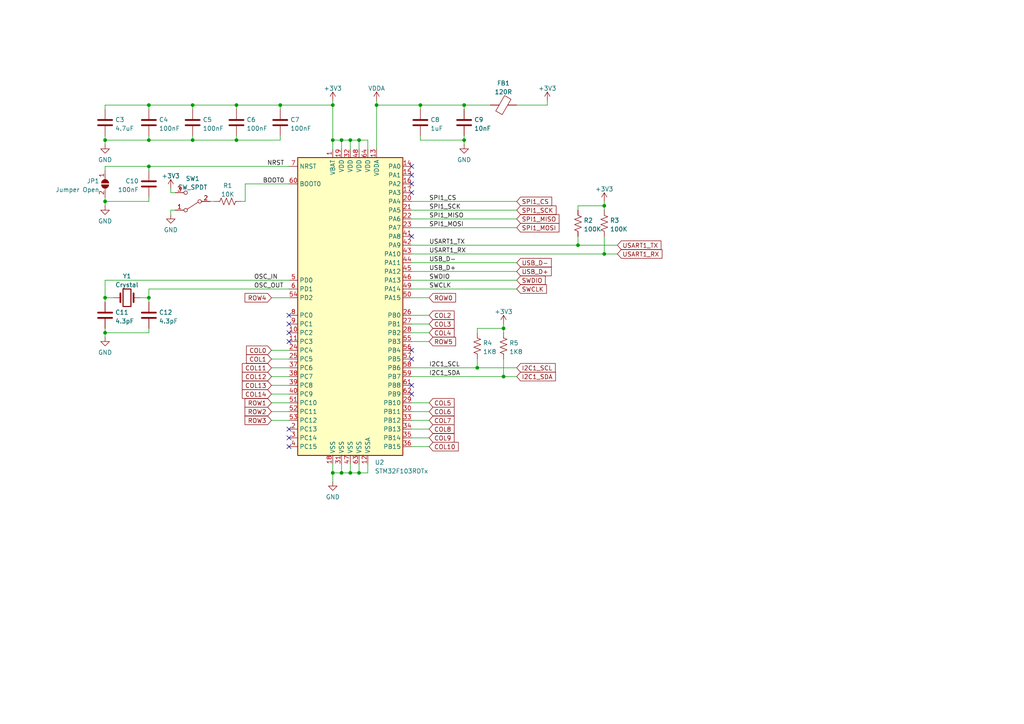
<source format=kicad_sch>
(kicad_sch (version 20211123) (generator eeschema)
  (paper "A4")
  (lib_symbols
    (symbol "Device:C" (pin_numbers hide) (pin_names (offset 0.254))
      (property "Reference" "C" (at 0.635 2.54 0))
      (property "Value" "C" (at 0.635 -2.54 0))
      (symbol "C_0_1"
        (polyline (pts (xy -2.032 -0.762) (xy 2.032 -0.762)) (stroke (width 0.508)))
        (polyline (pts (xy -2.032 0.762) (xy 2.032 0.762)) (stroke (width 0.508)))
      )
      (symbol "C_1_1"
        (pin passive line (at 0 3.81 270) (length 2.794) (name "~") (number "1"))
        (pin passive line (at 0 -3.81 90) (length 2.794) (name "~") (number "2"))
      )
    )
    (symbol "Device:Crystal" (pin_numbers hide) (pin_names (offset 1.016) hide)
      (property "Reference" "Y" (at 0 3.81 0))
      (property "Value" "Crystal" (at 0 -3.81 0))
      (symbol "Crystal_0_1"
        (rectangle (start -1.143 2.54) (end 1.143 -2.54) (stroke (width 0.3048)))
        (polyline (pts (xy -2.54 0) (xy -1.905 0)))
        (polyline (pts (xy -1.905 -1.27) (xy -1.905 1.27)) (stroke (width 0.508)))
        (polyline (pts (xy 1.905 -1.27) (xy 1.905 1.27)) (stroke (width 0.508)))
        (polyline (pts (xy 2.54 0) (xy 1.905 0)))
      )
      (symbol "Crystal_1_1"
        (pin passive line (at -3.81 0 0) (length 1.27) (name "1") (number "1"))
        (pin passive line (at 3.81 0 180) (length 1.27) (name "2") (number "2"))
      )
    )
    (symbol "Device:FerriteBead" (pin_numbers hide) (pin_names (offset 0))
      (property "Reference" "FB" (at -3.81 0.635 90))
      (property "Value" "FerriteBead" (at 3.81 0 90))
      (symbol "FerriteBead_0_1"
        (polyline (pts (xy 0 -1.27) (xy 0 -1.2192)))
        (polyline (pts (xy 0 1.27) (xy 0 1.2954)))
        (polyline (pts (xy -2.7686 0.4064) (xy -1.7018 2.2606) (xy 2.7686 -0.3048) (xy 1.6764 -2.159) (xy -2.7686 0.4064)))
      )
      (symbol "FerriteBead_1_1"
        (pin passive line (at 0 3.81 270) (length 2.54) (name "~") (number "1"))
        (pin passive line (at 0 -3.81 90) (length 2.54) (name "~") (number "2"))
      )
    )
    (symbol "Device:R_US" (pin_numbers hide) (pin_names (offset 0))
      (property "Reference" "R" (at 2.54 0 90))
      (property "Value" "R_US" (at -2.54 0 90))
      (symbol "R_US_0_1"
        (polyline (pts (xy 0 -2.286) (xy 0 -2.54)))
        (polyline (pts (xy 0 2.286) (xy 0 2.54)))
        (polyline (pts (xy 0 -0.762) (xy 1.016 -1.143) (xy 0 -1.524) (xy -1.016 -1.905) (xy 0 -2.286)))
        (polyline (pts (xy 0 0.762) (xy 1.016 0.381) (xy 0 0) (xy -1.016 -0.381) (xy 0 -0.762)))
        (polyline (pts (xy 0 2.286) (xy 1.016 1.905) (xy 0 1.524) (xy -1.016 1.143) (xy 0 0.762)))
      )
      (symbol "R_US_1_1"
        (pin passive line (at 0 3.81 270) (length 1.27) (name "~") (number "1"))
        (pin passive line (at 0 -3.81 90) (length 1.27) (name "~") (number "2"))
      )
    )
    (symbol "Jumper:SolderJumper_2_Open" (pin_names (offset 0) hide)
      (property "Reference" "JP" (at 0 2.032 0))
      (property "Value" "SolderJumper_2_Open" (at 0 -2.54 0))
      (symbol "SolderJumper_2_Open_0_1"
        (arc (start -0.254 1.016) (mid -1.27 0) (end -0.254 -1.016))
        (arc (start -0.254 1.016) (mid -1.27 0) (end -0.254 -1.016) (fill (type outline)))
        (polyline (pts (xy -0.254 1.016) (xy -0.254 -1.016)))
        (polyline (pts (xy 0.254 1.016) (xy 0.254 -1.016)))
        (arc (start 0.254 -1.016) (mid 1.27 0) (end 0.254 1.016))
        (arc (start 0.254 -1.016) (mid 1.27 0) (end 0.254 1.016) (fill (type outline)))
      )
      (symbol "SolderJumper_2_Open_1_1"
        (pin passive line (at -3.81 0 0) (length 2.54) (name "A") (number "1"))
        (pin passive line (at 3.81 0 180) (length 2.54) (name "B") (number "2"))
      )
    )
    (symbol "MCU_ST_STM32F1:STM32F103RDTx"
      (property "Reference" "U" (at -15.24 44.45 0))
      (property "Value" "STM32F103RDTx" (at 10.16 44.45 0))
      (symbol "STM32F103RDTx_0_1"
        (rectangle (start -15.24 -43.18) (end 15.24 43.18) (stroke (width 0.254)) (fill (type background)))
      )
      (symbol "STM32F103RDTx_1_1"
        (pin power_in line (at -5.08 45.72 270) (length 2.54) (name "VBAT") (number "1"))
        (pin bidirectional line (at -17.78 -7.62 0) (length 2.54) (name "PC2") (number "10"))
        (pin bidirectional line (at -17.78 -10.16 0) (length 2.54) (name "PC3") (number "11"))
        (pin power_in line (at 5.08 -45.72 90) (length 2.54) (name "VSSA") (number "12"))
        (pin power_in line (at 7.62 45.72 270) (length 2.54) (name "VDDA") (number "13"))
        (pin bidirectional line (at 17.78 40.64 180) (length 2.54) (name "PA0") (number "14"))
        (pin bidirectional line (at 17.78 38.1 180) (length 2.54) (name "PA1") (number "15"))
        (pin bidirectional line (at 17.78 35.56 180) (length 2.54) (name "PA2") (number "16"))
        (pin bidirectional line (at 17.78 33.02 180) (length 2.54) (name "PA3") (number "17"))
        (pin power_in line (at -5.08 -45.72 90) (length 2.54) (name "VSS") (number "18"))
        (pin power_in line (at -2.54 45.72 270) (length 2.54) (name "VDD") (number "19"))
        (pin bidirectional line (at -17.78 -35.56 0) (length 2.54) (name "PC13") (number "2"))
        (pin bidirectional line (at 17.78 30.48 180) (length 2.54) (name "PA4") (number "20"))
        (pin bidirectional line (at 17.78 27.94 180) (length 2.54) (name "PA5") (number "21"))
        (pin bidirectional line (at 17.78 25.4 180) (length 2.54) (name "PA6") (number "22"))
        (pin bidirectional line (at 17.78 22.86 180) (length 2.54) (name "PA7") (number "23"))
        (pin bidirectional line (at -17.78 -12.7 0) (length 2.54) (name "PC4") (number "24"))
        (pin bidirectional line (at -17.78 -15.24 0) (length 2.54) (name "PC5") (number "25"))
        (pin bidirectional line (at 17.78 -2.54 180) (length 2.54) (name "PB0") (number "26"))
        (pin bidirectional line (at 17.78 -5.08 180) (length 2.54) (name "PB1") (number "27"))
        (pin bidirectional line (at 17.78 -7.62 180) (length 2.54) (name "PB2") (number "28"))
        (pin bidirectional line (at 17.78 -27.94 180) (length 2.54) (name "PB10") (number "29"))
        (pin bidirectional line (at -17.78 -38.1 0) (length 2.54) (name "PC14") (number "3"))
        (pin bidirectional line (at 17.78 -30.48 180) (length 2.54) (name "PB11") (number "30"))
        (pin power_in line (at -2.54 -45.72 90) (length 2.54) (name "VSS") (number "31"))
        (pin power_in line (at 0 45.72 270) (length 2.54) (name "VDD") (number "32"))
        (pin bidirectional line (at 17.78 -33.02 180) (length 2.54) (name "PB12") (number "33"))
        (pin bidirectional line (at 17.78 -35.56 180) (length 2.54) (name "PB13") (number "34"))
        (pin bidirectional line (at 17.78 -38.1 180) (length 2.54) (name "PB14") (number "35"))
        (pin bidirectional line (at 17.78 -40.64 180) (length 2.54) (name "PB15") (number "36"))
        (pin bidirectional line (at -17.78 -17.78 0) (length 2.54) (name "PC6") (number "37"))
        (pin bidirectional line (at -17.78 -20.32 0) (length 2.54) (name "PC7") (number "38"))
        (pin bidirectional line (at -17.78 -22.86 0) (length 2.54) (name "PC8") (number "39"))
        (pin bidirectional line (at -17.78 -40.64 0) (length 2.54) (name "PC15") (number "4"))
        (pin bidirectional line (at -17.78 -25.4 0) (length 2.54) (name "PC9") (number "40"))
        (pin bidirectional line (at 17.78 20.32 180) (length 2.54) (name "PA8") (number "41"))
        (pin bidirectional line (at 17.78 17.78 180) (length 2.54) (name "PA9") (number "42"))
        (pin bidirectional line (at 17.78 15.24 180) (length 2.54) (name "PA10") (number "43"))
        (pin bidirectional line (at 17.78 12.7 180) (length 2.54) (name "PA11") (number "44"))
        (pin bidirectional line (at 17.78 10.16 180) (length 2.54) (name "PA12") (number "45"))
        (pin bidirectional line (at 17.78 7.62 180) (length 2.54) (name "PA13") (number "46"))
        (pin power_in line (at 0 -45.72 90) (length 2.54) (name "VSS") (number "47"))
        (pin power_in line (at 2.54 45.72 270) (length 2.54) (name "VDD") (number "48"))
        (pin bidirectional line (at 17.78 5.08 180) (length 2.54) (name "PA14") (number "49"))
        (pin input line (at -17.78 7.62 0) (length 2.54) (name "PD0") (number "5"))
        (pin bidirectional line (at 17.78 2.54 180) (length 2.54) (name "PA15") (number "50"))
        (pin bidirectional line (at -17.78 -27.94 0) (length 2.54) (name "PC10") (number "51"))
        (pin bidirectional line (at -17.78 -30.48 0) (length 2.54) (name "PC11") (number "52"))
        (pin bidirectional line (at -17.78 -33.02 0) (length 2.54) (name "PC12") (number "53"))
        (pin bidirectional line (at -17.78 2.54 0) (length 2.54) (name "PD2") (number "54"))
        (pin bidirectional line (at 17.78 -10.16 180) (length 2.54) (name "PB3") (number "55"))
        (pin bidirectional line (at 17.78 -12.7 180) (length 2.54) (name "PB4") (number "56"))
        (pin bidirectional line (at 17.78 -15.24 180) (length 2.54) (name "PB5") (number "57"))
        (pin bidirectional line (at 17.78 -17.78 180) (length 2.54) (name "PB6") (number "58"))
        (pin bidirectional line (at 17.78 -20.32 180) (length 2.54) (name "PB7") (number "59"))
        (pin input line (at -17.78 5.08 0) (length 2.54) (name "PD1") (number "6"))
        (pin input line (at -17.78 35.56 0) (length 2.54) (name "BOOT0") (number "60"))
        (pin bidirectional line (at 17.78 -22.86 180) (length 2.54) (name "PB8") (number "61"))
        (pin bidirectional line (at 17.78 -25.4 180) (length 2.54) (name "PB9") (number "62"))
        (pin power_in line (at 2.54 -45.72 90) (length 2.54) (name "VSS") (number "63"))
        (pin power_in line (at 5.08 45.72 270) (length 2.54) (name "VDD") (number "64"))
        (pin input line (at -17.78 40.64 0) (length 2.54) (name "NRST") (number "7"))
        (pin bidirectional line (at -17.78 -2.54 0) (length 2.54) (name "PC0") (number "8"))
        (pin bidirectional line (at -17.78 -5.08 0) (length 2.54) (name "PC1") (number "9"))
      )
    )
    (symbol "Switch:SW_SPDT" (pin_names (offset 0) hide)
      (property "Reference" "SW" (at 0 4.318 0))
      (property "Value" "SW_SPDT" (at 0 -5.08 0))
      (symbol "SW_SPDT_0_0"
        (circle (center -2.032 0) (radius 0.508))
        (circle (center 2.032 -2.54) (radius 0.508))
      )
      (symbol "SW_SPDT_0_1"
        (polyline (pts (xy -1.524 0.254) (xy 1.651 2.286)))
        (circle (center 2.032 2.54) (radius 0.508))
      )
      (symbol "SW_SPDT_1_1"
        (pin passive line (at 5.08 2.54 180) (length 2.54) (name "A") (number "1"))
        (pin passive line (at -5.08 0 0) (length 2.54) (name "B") (number "2"))
        (pin passive line (at 5.08 -2.54 180) (length 2.54) (name "C") (number "3"))
      )
    )
    (symbol "power:+3.3V" (power) (pin_names (offset 0))
      (property "Value" "+3.3V" (at 0 3.556 0))
      (symbol "+3.3V_0_1"
        (polyline (pts (xy -0.762 1.27) (xy 0 2.54)))
        (polyline (pts (xy 0 0) (xy 0 2.54)))
        (polyline (pts (xy 0 2.54) (xy 0.762 1.27)))
      )
      (symbol "+3.3V_1_1"
        (pin power_in line (at 0 0 90) (length 0) hide (name "+3V3") (number "1"))
      )
    )
    (symbol "power:+3V3" (power) (pin_names (offset 0))
      (property "Value" "+3V3" (at 0 3.556 0))
      (symbol "+3V3_0_1"
        (polyline (pts (xy -0.762 1.27) (xy 0 2.54)))
        (polyline (pts (xy 0 0) (xy 0 2.54)))
        (polyline (pts (xy 0 2.54) (xy 0.762 1.27)))
      )
      (symbol "+3V3_1_1"
        (pin power_in line (at 0 0 90) (length 0) hide (name "+3V3") (number "1"))
      )
    )
    (symbol "power:GND" (power) (pin_names (offset 0))
      (property "Value" "GND" (at 0 -3.81 0))
      (symbol "GND_0_1"
        (polyline (pts (xy 0 0) (xy 0 -1.27) (xy 1.27 -1.27) (xy 0 -2.54) (xy -1.27 -1.27) (xy 0 -1.27)))
      )
      (symbol "GND_1_1"
        (pin power_in line (at 0 0 270) (length 0) hide (name "GND") (number "1"))
      )
    )
    (symbol "power:VDDA" (power) (pin_names (offset 0))
      (property "Value" "VDDA" (at 0 3.81 0))
      (symbol "VDDA_0_1"
        (polyline (pts (xy -0.762 1.27) (xy 0 2.54)))
        (polyline (pts (xy 0 0) (xy 0 2.54)))
        (polyline (pts (xy 0 2.54) (xy 0.762 1.27)))
      )
      (symbol "VDDA_1_1"
        (pin power_in line (at 0 0 90) (length 0) hide (name "VDDA") (number "1"))
      )
    )
  )
  (junction (at 109.22 30.48))
  (junction (at 68.58 30.48))
  (junction (at 121.92 30.48))
  (junction (at 43.18 86.36))
  (junction (at 134.62 40.64))
  (junction (at 175.26 59.69))
  (junction (at 99.06 137.16))
  (junction (at 146.05 109.22))
  (junction (at 30.48 40.64))
  (junction (at 81.28 30.48))
  (junction (at 104.14 137.16))
  (junction (at 43.18 48.26))
  (junction (at 96.52 40.64))
  (junction (at 96.52 30.48))
  (junction (at 101.6 137.16))
  (junction (at 134.62 30.48))
  (junction (at 30.48 58.42))
  (junction (at 101.6 40.64))
  (junction (at 146.05 95.25))
  (junction (at 30.48 96.52))
  (junction (at 68.58 40.64))
  (junction (at 96.52 137.16))
  (junction (at 43.18 30.48))
  (junction (at 30.48 86.36))
  (junction (at 104.14 40.64))
  (junction (at 167.64 71.12))
  (junction (at 55.88 40.64))
  (junction (at 175.26 73.66))
  (junction (at 99.06 40.64))
  (junction (at 43.18 40.64))
  (junction (at 55.88 30.48))
  (junction (at 138.43 106.68))
  (no_connect (at 119.38 101.6))
  (no_connect (at 119.38 68.58))
  (no_connect (at 119.38 55.88))
  (no_connect (at 119.38 53.34))
  (no_connect (at 119.38 50.8))
  (no_connect (at 119.38 48.26))
  (no_connect (at 83.82 124.46))
  (no_connect (at 83.82 127))
  (no_connect (at 83.82 129.54))
  (no_connect (at 83.82 91.44))
  (no_connect (at 83.82 93.98))
  (no_connect (at 83.82 96.52))
  (no_connect (at 83.82 99.06))
  (no_connect (at 119.38 114.3))
  (no_connect (at 119.38 111.76))
  (no_connect (at 119.38 104.14))
  (wire (pts (xy 106.68 40.64) (xy 104.14 40.64)))
  (wire (pts (xy 55.88 40.64) (xy 68.58 40.64)))
  (wire (pts (xy 78.74 114.3) (xy 83.82 114.3)))
  (wire (pts (xy 101.6 40.64) (xy 99.06 40.64)))
  (wire (pts (xy 30.48 58.42) (xy 43.18 58.42)))
  (wire (pts (xy 96.52 29.21) (xy 96.52 30.48)))
  (wire (pts (xy 175.26 68.58) (xy 175.26 73.66)))
  (wire (pts (xy 175.26 58.42) (xy 175.26 59.69)))
  (wire (pts (xy 119.38 71.12) (xy 167.64 71.12)))
  (wire (pts (xy 119.38 76.2) (xy 149.86 76.2)))
  (wire (pts (xy 55.88 39.37) (xy 55.88 40.64)))
  (wire (pts (xy 146.05 109.22) (xy 149.86 109.22)))
  (wire (pts (xy 121.92 40.64) (xy 121.92 39.37)))
  (wire (pts (xy 43.18 57.15) (xy 43.18 58.42)))
  (wire (pts (xy 30.48 48.26) (xy 30.48 49.53)))
  (wire (pts (xy 78.74 106.68) (xy 83.82 106.68)))
  (wire (pts (xy 167.64 59.69) (xy 175.26 59.69)))
  (wire (pts (xy 50.8 60.96) (xy 49.53 60.96)))
  (wire (pts (xy 104.14 40.64) (xy 104.14 43.18)))
  (wire (pts (xy 121.92 30.48) (xy 109.22 30.48)))
  (wire (pts (xy 124.46 91.44) (xy 119.38 91.44)))
  (wire (pts (xy 119.38 124.46) (xy 124.46 124.46)))
  (wire (pts (xy 60.96 58.42) (xy 62.23 58.42)))
  (wire (pts (xy 167.64 71.12) (xy 179.07 71.12)))
  (wire (pts (xy 104.14 134.62) (xy 104.14 137.16)))
  (wire (pts (xy 49.53 54.61) (xy 49.53 55.88)))
  (wire (pts (xy 43.18 39.37) (xy 43.18 40.64)))
  (wire (pts (xy 43.18 95.25) (xy 43.18 96.52)))
  (wire (pts (xy 106.68 134.62) (xy 106.68 137.16)))
  (wire (pts (xy 119.38 106.68) (xy 138.43 106.68)))
  (wire (pts (xy 99.06 40.64) (xy 96.52 40.64)))
  (wire (pts (xy 78.74 104.14) (xy 83.82 104.14)))
  (wire (pts (xy 134.62 30.48) (xy 142.24 30.48)))
  (wire (pts (xy 175.26 59.69) (xy 175.26 60.96)))
  (wire (pts (xy 30.48 40.64) (xy 43.18 40.64)))
  (wire (pts (xy 96.52 40.64) (xy 96.52 43.18)))
  (wire (pts (xy 119.38 58.42) (xy 149.86 58.42)))
  (wire (pts (xy 119.38 127) (xy 124.46 127)))
  (wire (pts (xy 119.38 83.82) (xy 149.86 83.82)))
  (wire (pts (xy 124.46 96.52) (xy 119.38 96.52)))
  (wire (pts (xy 78.74 119.38) (xy 83.82 119.38)))
  (wire (pts (xy 78.74 101.6) (xy 83.82 101.6)))
  (wire (pts (xy 30.48 95.25) (xy 30.48 96.52)))
  (wire (pts (xy 71.12 53.34) (xy 83.82 53.34)))
  (wire (pts (xy 119.38 129.54) (xy 124.46 129.54)))
  (wire (pts (xy 99.06 40.64) (xy 99.06 43.18)))
  (wire (pts (xy 43.18 48.26) (xy 30.48 48.26)))
  (wire (pts (xy 119.38 109.22) (xy 146.05 109.22)))
  (wire (pts (xy 146.05 95.25) (xy 146.05 96.52)))
  (wire (pts (xy 43.18 86.36) (xy 43.18 87.63)))
  (wire (pts (xy 138.43 96.52) (xy 138.43 95.25)))
  (wire (pts (xy 119.38 66.04) (xy 149.86 66.04)))
  (wire (pts (xy 81.28 40.64) (xy 81.28 39.37)))
  (wire (pts (xy 71.12 58.42) (xy 69.85 58.42)))
  (wire (pts (xy 30.48 40.64) (xy 30.48 41.91)))
  (wire (pts (xy 119.38 78.74) (xy 149.86 78.74)))
  (wire (pts (xy 119.38 116.84) (xy 124.46 116.84)))
  (wire (pts (xy 134.62 30.48) (xy 134.62 31.75)))
  (wire (pts (xy 30.48 96.52) (xy 30.48 97.79)))
  (wire (pts (xy 101.6 137.16) (xy 104.14 137.16)))
  (wire (pts (xy 149.86 30.48) (xy 158.75 30.48)))
  (wire (pts (xy 101.6 40.64) (xy 101.6 43.18)))
  (wire (pts (xy 119.38 81.28) (xy 149.86 81.28)))
  (wire (pts (xy 30.48 58.42) (xy 30.48 59.69)))
  (wire (pts (xy 134.62 39.37) (xy 134.62 40.64)))
  (wire (pts (xy 30.48 87.63) (xy 30.48 86.36)))
  (wire (pts (xy 134.62 40.64) (xy 134.62 41.91)))
  (wire (pts (xy 121.92 30.48) (xy 121.92 31.75)))
  (wire (pts (xy 146.05 93.98) (xy 146.05 95.25)))
  (wire (pts (xy 109.22 29.21) (xy 109.22 30.48)))
  (wire (pts (xy 43.18 48.26) (xy 83.82 48.26)))
  (wire (pts (xy 96.52 137.16) (xy 99.06 137.16)))
  (wire (pts (xy 134.62 40.64) (xy 121.92 40.64)))
  (wire (pts (xy 81.28 30.48) (xy 96.52 30.48)))
  (wire (pts (xy 109.22 30.48) (xy 109.22 43.18)))
  (wire (pts (xy 43.18 83.82) (xy 83.82 83.82)))
  (wire (pts (xy 55.88 30.48) (xy 55.88 31.75)))
  (wire (pts (xy 96.52 134.62) (xy 96.52 137.16)))
  (wire (pts (xy 175.26 73.66) (xy 179.07 73.66)))
  (wire (pts (xy 78.74 121.92) (xy 83.82 121.92)))
  (wire (pts (xy 78.74 109.22) (xy 83.82 109.22)))
  (wire (pts (xy 30.48 86.36) (xy 33.02 86.36)))
  (wire (pts (xy 43.18 30.48) (xy 55.88 30.48)))
  (wire (pts (xy 78.74 111.76) (xy 83.82 111.76)))
  (wire (pts (xy 106.68 43.18) (xy 106.68 40.64)))
  (wire (pts (xy 99.06 134.62) (xy 99.06 137.16)))
  (wire (pts (xy 104.14 40.64) (xy 101.6 40.64)))
  (wire (pts (xy 124.46 99.06) (xy 119.38 99.06)))
  (wire (pts (xy 96.52 30.48) (xy 96.52 40.64)))
  (wire (pts (xy 78.74 116.84) (xy 83.82 116.84)))
  (wire (pts (xy 30.48 31.75) (xy 30.48 30.48)))
  (wire (pts (xy 30.48 96.52) (xy 43.18 96.52)))
  (wire (pts (xy 30.48 30.48) (xy 43.18 30.48)))
  (wire (pts (xy 30.48 39.37) (xy 30.48 40.64)))
  (wire (pts (xy 43.18 40.64) (xy 55.88 40.64)))
  (wire (pts (xy 71.12 53.34) (xy 71.12 58.42)))
  (wire (pts (xy 40.64 86.36) (xy 43.18 86.36)))
  (wire (pts (xy 68.58 30.48) (xy 68.58 31.75)))
  (wire (pts (xy 167.64 60.96) (xy 167.64 59.69)))
  (wire (pts (xy 119.38 63.5) (xy 149.86 63.5)))
  (wire (pts (xy 30.48 81.28) (xy 30.48 86.36)))
  (wire (pts (xy 30.48 57.15) (xy 30.48 58.42)))
  (wire (pts (xy 138.43 106.68) (xy 149.86 106.68)))
  (wire (pts (xy 68.58 40.64) (xy 81.28 40.64)))
  (wire (pts (xy 138.43 104.14) (xy 138.43 106.68)))
  (wire (pts (xy 121.92 30.48) (xy 134.62 30.48)))
  (wire (pts (xy 30.48 81.28) (xy 83.82 81.28)))
  (wire (pts (xy 43.18 49.53) (xy 43.18 48.26)))
  (wire (pts (xy 68.58 40.64) (xy 68.58 39.37)))
  (wire (pts (xy 146.05 104.14) (xy 146.05 109.22)))
  (wire (pts (xy 167.64 68.58) (xy 167.64 71.12)))
  (wire (pts (xy 99.06 137.16) (xy 101.6 137.16)))
  (wire (pts (xy 43.18 83.82) (xy 43.18 86.36)))
  (wire (pts (xy 49.53 55.88) (xy 50.8 55.88)))
  (wire (pts (xy 49.53 60.96) (xy 49.53 62.23)))
  (wire (pts (xy 158.75 30.48) (xy 158.75 29.21)))
  (wire (pts (xy 138.43 95.25) (xy 146.05 95.25)))
  (wire (pts (xy 43.18 30.48) (xy 43.18 31.75)))
  (wire (pts (xy 119.38 60.96) (xy 149.86 60.96)))
  (wire (pts (xy 78.74 86.36) (xy 83.82 86.36)))
  (wire (pts (xy 68.58 30.48) (xy 81.28 30.48)))
  (wire (pts (xy 96.52 137.16) (xy 96.52 139.7)))
  (wire (pts (xy 119.38 73.66) (xy 175.26 73.66)))
  (wire (pts (xy 104.14 137.16) (xy 106.68 137.16)))
  (wire (pts (xy 119.38 121.92) (xy 124.46 121.92)))
  (wire (pts (xy 124.46 93.98) (xy 119.38 93.98)))
  (wire (pts (xy 81.28 30.48) (xy 81.28 31.75)))
  (wire (pts (xy 55.88 30.48) (xy 68.58 30.48)))
  (wire (pts (xy 124.46 86.36) (xy 119.38 86.36)))
  (wire (pts (xy 119.38 119.38) (xy 124.46 119.38)))
  (wire (pts (xy 101.6 134.62) (xy 101.6 137.16)))
  (label "BOOT0" (at 76.2 53.34 0))
  (label "SPI1_CS" (at 124.46 58.42 0))
  (label "OSC_IN" (at 73.66 81.28 0))
  (label "USART1_TX" (at 124.46 71.12 0))
  (label "SPI1_MOSI" (at 124.46 66.04 0))
  (label "SPI1_SCK" (at 124.46 60.96 0))
  (label "NRST" (at 77.47 48.26 0))
  (label "SWCLK" (at 124.46 83.82 0))
  (label "USB_D-" (at 124.46 76.2 0))
  (label "SPI1_MISO" (at 124.46 63.5 0))
  (label "USART1_RX" (at 124.46 73.66 0))
  (label "I2C1_SDA" (at 124.46 109.22 0))
  (label "USB_D+" (at 124.46 78.74 0))
  (label "I2C1_SCL" (at 124.46 106.68 0))
  (label "SWDIO" (at 124.46 81.28 0))
  (label "OSC_OUT" (at 73.66 83.82 0))
  (global_label "COL8" (shape input) (at 124.46 124.46 0) (property "Intersheet References" "${INTERSHEET_REFS}" (effects hide)))
  (global_label "COL2" (shape input) (at 124.46 91.44 0) (property "Intersheet References" "${INTERSHEET_REFS}" (effects hide)))
  (global_label "COL10" (shape input) (at 124.46 129.54 0) (property "Intersheet References" "${INTERSHEET_REFS}" (effects hide)))
  (global_label "COL6" (shape input) (at 124.46 119.38 0) (property "Intersheet References" "${INTERSHEET_REFS}" (effects hide)))
  (global_label "USB_D-" (shape input) (at 149.86 76.2 0) (property "Intersheet References" "${INTERSHEET_REFS}" (effects hide)))
  (global_label "COL4" (shape input) (at 124.46 96.52 0) (property "Intersheet References" "${INTERSHEET_REFS}" (effects hide)))
  (global_label "COL12" (shape input) (at 78.74 109.22 180) (property "Intersheet References" "${INTERSHEET_REFS}" (effects hide)))
  (global_label "SPI1_CS" (shape input) (at 149.86 58.42 0) (property "Intersheet References" "${INTERSHEET_REFS}" (effects hide)))
  (global_label "COL1" (shape input) (at 78.74 104.14 180) (property "Intersheet References" "${INTERSHEET_REFS}" (effects hide)))
  (global_label "COL0" (shape input) (at 78.74 101.6 180) (property "Intersheet References" "${INTERSHEET_REFS}" (effects hide)))
  (global_label "ROW0" (shape input) (at 124.46 86.36 0) (property "Intersheet References" "${INTERSHEET_REFS}" (effects hide)))
  (global_label "COL7" (shape input) (at 124.46 121.92 0) (property "Intersheet References" "${INTERSHEET_REFS}" (effects hide)))
  (global_label "SPI1_SCK" (shape input) (at 149.86 60.96 0) (property "Intersheet References" "${INTERSHEET_REFS}" (effects hide)))
  (global_label "COL13" (shape input) (at 78.74 111.76 180) (property "Intersheet References" "${INTERSHEET_REFS}" (effects hide)))
  (global_label "SPI1_MOSI" (shape input) (at 149.86 66.04 0) (property "Intersheet References" "${INTERSHEET_REFS}" (effects hide)))
  (global_label "SWCLK" (shape input) (at 149.86 83.82 0) (property "Intersheet References" "${INTERSHEET_REFS}" (effects hide)))
  (global_label "COL3" (shape input) (at 124.46 93.98 0) (property "Intersheet References" "${INTERSHEET_REFS}" (effects hide)))
  (global_label "USART1_RX" (shape input) (at 179.07 73.66 0) (property "Intersheet References" "${INTERSHEET_REFS}" (effects hide)))
  (global_label "I2C1_SDA" (shape input) (at 149.86 109.22 0) (property "Intersheet References" "${INTERSHEET_REFS}" (effects hide)))
  (global_label "COL14" (shape input) (at 78.74 114.3 180) (property "Intersheet References" "${INTERSHEET_REFS}" (effects hide)))
  (global_label "SPI1_MISO" (shape input) (at 149.86 63.5 0) (property "Intersheet References" "${INTERSHEET_REFS}" (effects hide)))
  (global_label "ROW5" (shape input) (at 124.46 99.06 0) (property "Intersheet References" "${INTERSHEET_REFS}" (effects hide)))
  (global_label "USB_D+" (shape input) (at 149.86 78.74 0) (property "Intersheet References" "${INTERSHEET_REFS}" (effects hide)))
  (global_label "I2C1_SCL" (shape input) (at 149.86 106.68 0) (property "Intersheet References" "${INTERSHEET_REFS}" (effects hide)))
  (global_label "COL9" (shape input) (at 124.46 127 0) (property "Intersheet References" "${INTERSHEET_REFS}" (effects hide)))
  (global_label "COL11" (shape input) (at 78.74 106.68 180) (property "Intersheet References" "${INTERSHEET_REFS}" (effects hide)))
  (global_label "SWDIO" (shape input) (at 149.86 81.28 0) (property "Intersheet References" "${INTERSHEET_REFS}" (effects hide)))
  (global_label "ROW1" (shape input) (at 78.74 116.84 180) (property "Intersheet References" "${INTERSHEET_REFS}" (effects hide)))
  (global_label "USART1_TX" (shape input) (at 179.07 71.12 0) (property "Intersheet References" "${INTERSHEET_REFS}" (effects hide)))
  (global_label "COL5" (shape input) (at 124.46 116.84 0) (property "Intersheet References" "${INTERSHEET_REFS}" (effects hide)))
  (global_label "ROW4" (shape input) (at 78.74 86.36 180) (property "Intersheet References" "${INTERSHEET_REFS}" (effects hide)))
  (global_label "ROW2" (shape input) (at 78.74 119.38 180) (property "Intersheet References" "${INTERSHEET_REFS}" (effects hide)))
  (global_label "ROW3" (shape input) (at 78.74 121.92 180) (property "Intersheet References" "${INTERSHEET_REFS}" (effects hide)))
  (symbol (lib_id "Device:R_US") (at 138.43 100.33 0) (unit 1)
    (property "Reference" "R4" (at 140.081 99.4953 0) (effects (justify left)))
    (property "Value" "1K8" (at 140.081 102.0322 0) (effects (justify left)))
    (property "Footprint" "Resistor_SMD:R_0603_1608Metric" (effects hide))
  )
  (symbol (lib_id "Switch:SW_SPDT") (at 55.88 58.42 180) (unit 1)
    (property "Reference" "SW1" (at 55.88 51.7992 0))
    (property "Value" "SW_SPDT" (at 55.88 54.3361 0))
  )
  (symbol (lib_id "power:+3.3V") (at 175.26 58.42 0) (unit 1)
    (property "Reference" "#PWR015" (effects hide))
    (property "Value" "+3.3V" (at 175.26 54.8442 0))
  )
  (symbol (lib_id "Device:Crystal") (at 36.83 86.36 0) (unit 1)
    (property "Reference" "Y1" (at 36.83 80.0948 0))
    (property "Value" "Crystal" (at 36.83 82.6317 0))
  )
  (symbol (lib_id "Device:C") (at 30.48 91.44 0) (unit 1)
    (property "Reference" "C11" (at 33.401 90.6053 0) (effects (justify left)))
    (property "Value" "4.3pF" (at 33.401 93.1422 0) (effects (justify left)))
    (property "Footprint" "Capacitor_SMD:C_0603_1608Metric" (effects hide))
  )
  (symbol (lib_id "Device:R_US") (at 167.64 64.77 0) (unit 1)
    (property "Reference" "R2" (at 169.291 63.9353 0) (effects (justify left)))
    (property "Value" "100K" (at 169.291 66.4722 0) (effects (justify left)))
    (property "Footprint" "Resistor_SMD:R_0603_1608Metric" (effects hide))
  )
  (symbol (lib_id "MCU_ST_STM32F1:STM32F103RDTx") (at 101.6 88.9 0) (unit 1)
    (property "Reference" "U2" (at 108.6994 134.1104 0) (effects (justify left)))
    (property "Value" "STM32F103RDTx" (at 108.6994 136.6473 0) (effects (justify left)))
    (property "Footprint" "Package_QFP:LQFP-64_10x10mm_P0.5mm" (effects hide))
    (property "Datasheet" "http://www.st.com/st-web-ui/static/active/en/resource/technical/document/datasheet/CD00191185.pdf" (effects hide))
  )
  (symbol (lib_id "Device:C") (at 55.88 35.56 0) (unit 1)
    (property "Reference" "C5" (at 58.801 34.7253 0) (effects (justify left)))
    (property "Value" "100nF" (at 58.801 37.2622 0) (effects (justify left)))
    (property "Footprint" "Capacitor_SMD:C_0603_1608Metric" (effects hide))
  )
  (symbol (lib_id "power:+3V3") (at 49.53 54.61 0) (unit 1)
    (property "Reference" "#PWR014" (effects hide))
    (property "Value" "+3V3" (at 49.53 51.0342 0))
  )
  (symbol (lib_id "Device:C") (at 43.18 91.44 0) (unit 1)
    (property "Reference" "C12" (at 46.101 90.6053 0) (effects (justify left)))
    (property "Value" "4.3pF" (at 46.101 93.1422 0) (effects (justify left)))
    (property "Footprint" "Capacitor_SMD:C_0603_1608Metric" (effects hide))
  )
  (symbol (lib_id "power:+3.3V") (at 146.05 93.98 0) (unit 1)
    (property "Reference" "#PWR018" (effects hide))
    (property "Value" "+3.3V" (at 146.05 90.4042 0))
  )
  (symbol (lib_id "power:GND") (at 30.48 59.69 0) (mirror y) (unit 1)
    (property "Reference" "#PWR016" (effects hide))
    (property "Value" "GND" (at 30.48 64.1334 0))
  )
  (symbol (lib_id "power:GND") (at 49.53 62.23 0) (mirror y) (unit 1)
    (property "Reference" "#PWR017" (effects hide))
    (property "Value" "GND" (at 49.53 66.6734 0))
  )
  (symbol (lib_id "Device:R_US") (at 66.04 58.42 90) (unit 1)
    (property "Reference" "R1" (at 66.04 53.8312 90))
    (property "Value" "10K" (at 66.04 56.3681 90))
    (property "Footprint" "Resistor_SMD:R_0603_1608Metric" (effects hide))
  )
  (symbol (lib_id "power:GND") (at 96.52 139.7 0) (unit 1)
    (property "Reference" "#PWR020" (effects hide))
    (property "Value" "GND" (at 96.52 144.1434 0))
  )
  (symbol (lib_id "power:VDDA") (at 109.22 29.21 0) (unit 1)
    (property "Reference" "#PWR010" (effects hide))
    (property "Value" "VDDA" (at 109.22 25.6342 0))
  )
  (symbol (lib_id "Device:C") (at 134.62 35.56 0) (unit 1)
    (property "Reference" "C9" (at 137.541 34.7253 0) (effects (justify left)))
    (property "Value" "10nF" (at 137.541 37.2622 0) (effects (justify left)))
    (property "Footprint" "Capacitor_SMD:C_0603_1608Metric" (effects hide))
  )
  (symbol (lib_id "Device:C") (at 68.58 35.56 0) (unit 1)
    (property "Reference" "C6" (at 71.501 34.7253 0) (effects (justify left)))
    (property "Value" "100nF" (at 71.501 37.2622 0) (effects (justify left)))
    (property "Footprint" "Capacitor_SMD:C_0603_1608Metric" (effects hide))
  )
  (symbol (lib_id "Device:C") (at 121.92 35.56 0) (unit 1)
    (property "Reference" "C8" (at 124.841 34.7253 0) (effects (justify left)))
    (property "Value" "1uF" (at 124.841 37.2622 0) (effects (justify left)))
    (property "Footprint" "Capacitor_SMD:C_0603_1608Metric" (effects hide))
  )
  (symbol (lib_id "Jumper:SolderJumper_2_Open") (at 30.48 53.34 90) (mirror x) (unit 1)
    (property "Reference" "JP1" (at 28.829 52.5053 90) (effects (justify left)))
    (property "Value" "Jumper Open" (at 28.829 55.0422 90) (effects (justify left)))
    (property "Footprint" "Jumper:SolderJumper-2_P1.3mm_Open_RoundedPad1.0x1.5mm" (effects hide))
  )
  (symbol (lib_id "power:GND") (at 30.48 41.91 0) (unit 1)
    (property "Reference" "#PWR012" (effects hide))
    (property "Value" "GND" (at 30.48 46.3534 0))
  )
  (symbol (lib_id "Device:FerriteBead") (at 146.05 30.48 90) (unit 1)
    (property "Reference" "FB1" (at 145.9992 24.1386 90))
    (property "Value" "120R" (at 145.9992 26.6755 90))
    (property "Footprint" "Resistor_SMD:R_0603_1608Metric" (effects hide))
  )
  (symbol (lib_id "Device:C") (at 30.48 35.56 0) (unit 1)
    (property "Reference" "C3" (at 33.401 34.7253 0) (effects (justify left)))
    (property "Value" "4.7uF" (at 33.401 37.2622 0) (effects (justify left)))
    (property "Footprint" "Capacitor_SMD:C_0603_1608Metric" (effects hide))
  )
  (symbol (lib_id "power:GND") (at 30.48 97.79 0) (unit 1)
    (property "Reference" "#PWR019" (effects hide))
    (property "Value" "GND" (at 30.48 102.2334 0))
  )
  (symbol (lib_id "Device:C") (at 43.18 53.34 0) (mirror y) (unit 1)
    (property "Reference" "C10" (at 40.259 52.5053 0) (effects (justify left)))
    (property "Value" "100nF" (at 40.259 55.0422 0) (effects (justify left)))
    (property "Footprint" "Capacitor_SMD:C_0603_1608Metric" (effects hide))
  )
  (symbol (lib_id "Device:C") (at 43.18 35.56 0) (unit 1)
    (property "Reference" "C4" (at 46.101 34.7253 0) (effects (justify left)))
    (property "Value" "100nF" (at 46.101 37.2622 0) (effects (justify left)))
    (property "Footprint" "Capacitor_SMD:C_0603_1608Metric" (effects hide))
  )
  (symbol (lib_id "Device:C") (at 81.28 35.56 0) (unit 1)
    (property "Reference" "C7" (at 84.201 34.7253 0) (effects (justify left)))
    (property "Value" "100nF" (at 84.201 37.2622 0) (effects (justify left)))
    (property "Footprint" "Capacitor_SMD:C_0603_1608Metric" (effects hide))
  )
  (symbol (lib_id "power:+3.3V") (at 158.75 29.21 0) (unit 1)
    (property "Reference" "#PWR011" (effects hide))
    (property "Value" "+3.3V" (at 158.75 25.6342 0))
  )
  (symbol (lib_id "Device:R_US") (at 175.26 64.77 0) (unit 1)
    (property "Reference" "R3" (at 176.911 63.9353 0) (effects (justify left)))
    (property "Value" "100K" (at 176.911 66.4722 0) (effects (justify left)))
    (property "Footprint" "Resistor_SMD:R_0603_1608Metric" (effects hide))
  )
  (symbol (lib_id "Device:R_US") (at 146.05 100.33 0) (unit 1)
    (property "Reference" "R5" (at 147.701 99.4953 0) (effects (justify left)))
    (property "Value" "1K8" (at 147.701 102.0322 0) (effects (justify left)))
    (property "Footprint" "Resistor_SMD:R_0603_1608Metric" (effects hide))
  )
  (symbol (lib_id "power:GND") (at 134.62 41.91 0) (unit 1)
    (property "Reference" "#PWR013" (effects hide))
    (property "Value" "GND" (at 134.62 46.3534 0))
  )
  (symbol (lib_id "power:+3.3V") (at 96.52 29.21 0) (unit 1)
    (property "Reference" "#PWR09" (effects hide))
    (property "Value" "+3.3V" (at 96.52 25.6342 0))
  )
)
</source>
